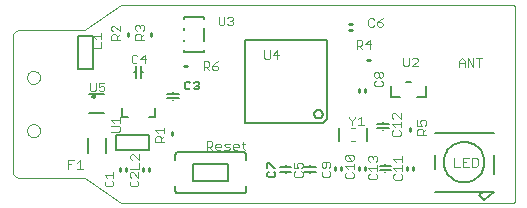
<source format=gto>
G75*
%MOIN*%
%OFA0B0*%
%FSLAX24Y24*%
%IPPOS*%
%LPD*%
%AMOC8*
5,1,8,0,0,1.08239X$1,22.5*
%
%ADD10C,0.0030*%
%ADD11C,0.0000*%
%ADD12C,0.0079*%
%ADD13C,0.0050*%
%ADD14C,0.0040*%
%ADD15C,0.0100*%
%ADD16C,0.0049*%
%ADD17C,0.0080*%
%ADD18C,0.0060*%
D10*
X008171Y002536D02*
X008171Y002826D01*
X008365Y002826D01*
X008466Y002729D02*
X008563Y002826D01*
X008563Y002536D01*
X008659Y002536D02*
X008466Y002536D01*
X008268Y002681D02*
X008171Y002681D01*
X009381Y002331D02*
X009478Y002234D01*
X009429Y002133D02*
X009381Y002084D01*
X009381Y001988D01*
X009429Y001939D01*
X009623Y001939D01*
X009671Y001988D01*
X009671Y002084D01*
X009623Y002133D01*
X009671Y002234D02*
X009671Y002427D01*
X009671Y002331D02*
X009381Y002331D01*
X010220Y002286D02*
X010268Y002237D01*
X010220Y002286D02*
X010220Y002382D01*
X010268Y002431D01*
X010316Y002431D01*
X010510Y002237D01*
X010510Y002431D01*
X010462Y002136D02*
X010510Y002088D01*
X010510Y001991D01*
X010462Y001943D01*
X010268Y001943D01*
X010220Y001991D01*
X010220Y002088D01*
X010268Y002136D01*
X012780Y003165D02*
X012780Y003455D01*
X012925Y003455D01*
X012973Y003407D01*
X012973Y003310D01*
X012925Y003262D01*
X012780Y003262D01*
X012877Y003262D02*
X012973Y003165D01*
X013074Y003213D02*
X013074Y003310D01*
X013123Y003358D01*
X013220Y003358D01*
X013268Y003310D01*
X013268Y003262D01*
X013074Y003262D01*
X013074Y003213D02*
X013123Y003165D01*
X013220Y003165D01*
X013369Y003165D02*
X013514Y003165D01*
X013563Y003213D01*
X013514Y003262D01*
X013417Y003262D01*
X013369Y003310D01*
X013417Y003358D01*
X013563Y003358D01*
X013664Y003310D02*
X013712Y003358D01*
X013809Y003358D01*
X013857Y003310D01*
X013857Y003262D01*
X013664Y003262D01*
X013664Y003310D02*
X013664Y003213D01*
X013712Y003165D01*
X013809Y003165D01*
X014007Y003213D02*
X014055Y003165D01*
X014007Y003213D02*
X014007Y003407D01*
X014055Y003358D02*
X013958Y003358D01*
X015695Y002733D02*
X015695Y002540D01*
X015840Y002540D01*
X015791Y002636D01*
X015791Y002685D01*
X015840Y002733D01*
X015936Y002733D01*
X015985Y002685D01*
X015985Y002588D01*
X015936Y002540D01*
X015936Y002438D02*
X015985Y002390D01*
X015985Y002293D01*
X015936Y002245D01*
X015743Y002245D01*
X015695Y002293D01*
X015695Y002390D01*
X015743Y002438D01*
X016620Y002410D02*
X016620Y002313D01*
X016668Y002265D01*
X016861Y002265D01*
X016910Y002313D01*
X016910Y002410D01*
X016861Y002458D01*
X016861Y002560D02*
X016910Y002608D01*
X016910Y002705D01*
X016861Y002753D01*
X016668Y002753D01*
X016620Y002705D01*
X016620Y002608D01*
X016668Y002560D01*
X016716Y002560D01*
X016765Y002608D01*
X016765Y002753D01*
X016668Y002458D02*
X016620Y002410D01*
X017400Y002360D02*
X017400Y002263D01*
X017448Y002215D01*
X017641Y002215D01*
X017690Y002263D01*
X017690Y002360D01*
X017641Y002408D01*
X017690Y002510D02*
X017690Y002703D01*
X017690Y002606D02*
X017400Y002606D01*
X017496Y002510D01*
X017448Y002408D02*
X017400Y002360D01*
X018175Y002320D02*
X018175Y002223D01*
X018223Y002175D01*
X018416Y002175D01*
X018465Y002223D01*
X018465Y002320D01*
X018416Y002368D01*
X018465Y002470D02*
X018465Y002663D01*
X018465Y002566D02*
X018175Y002566D01*
X018271Y002470D01*
X018223Y002368D02*
X018175Y002320D01*
X018223Y002764D02*
X018175Y002813D01*
X018175Y002909D01*
X018223Y002958D01*
X018271Y002958D01*
X018320Y002909D01*
X018368Y002958D01*
X018416Y002958D01*
X018465Y002909D01*
X018465Y002813D01*
X018416Y002764D01*
X018320Y002861D02*
X018320Y002909D01*
X017690Y002949D02*
X017690Y002853D01*
X017641Y002804D01*
X017448Y002998D01*
X017641Y002998D01*
X017690Y002949D01*
X017641Y002804D02*
X017448Y002804D01*
X017400Y002853D01*
X017400Y002949D01*
X017448Y002998D01*
X018960Y003663D02*
X019008Y003615D01*
X019201Y003615D01*
X019250Y003663D01*
X019250Y003760D01*
X019201Y003808D01*
X019250Y003910D02*
X019250Y004103D01*
X019250Y004006D02*
X018960Y004006D01*
X019056Y003910D01*
X019008Y003808D02*
X018960Y003760D01*
X018960Y003663D01*
X018016Y003978D02*
X017823Y003978D01*
X017920Y003978D02*
X017920Y004268D01*
X017823Y004171D01*
X017722Y004220D02*
X017722Y004268D01*
X017722Y004220D02*
X017625Y004123D01*
X017625Y003978D01*
X017625Y004123D02*
X017528Y004220D01*
X017528Y004268D01*
X018960Y004253D02*
X019008Y004204D01*
X018960Y004253D02*
X018960Y004349D01*
X019008Y004398D01*
X019056Y004398D01*
X019250Y004204D01*
X019250Y004398D01*
X019810Y004153D02*
X019810Y003960D01*
X019955Y003960D01*
X019906Y004056D01*
X019906Y004105D01*
X019955Y004153D01*
X020051Y004153D01*
X020100Y004105D01*
X020100Y004008D01*
X020051Y003960D01*
X020100Y003858D02*
X020003Y003762D01*
X020003Y003810D02*
X020003Y003665D01*
X020100Y003665D02*
X019810Y003665D01*
X019810Y003810D01*
X019858Y003858D01*
X019955Y003858D01*
X020003Y003810D01*
X019300Y002948D02*
X019300Y002754D01*
X019300Y002851D02*
X019010Y002851D01*
X019106Y002754D01*
X019300Y002653D02*
X019300Y002460D01*
X019300Y002556D02*
X019010Y002556D01*
X019106Y002460D01*
X019058Y002358D02*
X019010Y002310D01*
X019010Y002213D01*
X019058Y002165D01*
X019251Y002165D01*
X019300Y002213D01*
X019300Y002310D01*
X019251Y002358D01*
X021035Y002600D02*
X021228Y002600D01*
X021329Y002600D02*
X021523Y002600D01*
X021624Y002600D02*
X021769Y002600D01*
X021818Y002648D01*
X021818Y002842D01*
X021769Y002890D01*
X021624Y002890D01*
X021624Y002600D01*
X021329Y002600D02*
X021329Y002890D01*
X021523Y002890D01*
X021426Y002745D02*
X021329Y002745D01*
X021035Y002890D02*
X021035Y002600D01*
X018611Y005275D02*
X018418Y005275D01*
X018370Y005323D01*
X018370Y005420D01*
X018418Y005468D01*
X018418Y005570D02*
X018466Y005570D01*
X018515Y005618D01*
X018515Y005715D01*
X018563Y005763D01*
X018611Y005763D01*
X018660Y005715D01*
X018660Y005618D01*
X018611Y005570D01*
X018563Y005570D01*
X018515Y005618D01*
X018515Y005715D02*
X018466Y005763D01*
X018418Y005763D01*
X018370Y005715D01*
X018370Y005618D01*
X018418Y005570D01*
X018611Y005468D02*
X018660Y005420D01*
X018660Y005323D01*
X018611Y005275D01*
X018220Y006530D02*
X018220Y006820D01*
X018074Y006675D01*
X018268Y006675D01*
X017973Y006675D02*
X017925Y006627D01*
X017780Y006627D01*
X017877Y006627D02*
X017973Y006530D01*
X017780Y006530D02*
X017780Y006820D01*
X017925Y006820D01*
X017973Y006772D01*
X017973Y006675D01*
X018218Y007260D02*
X018170Y007308D01*
X018170Y007502D01*
X018218Y007550D01*
X018315Y007550D01*
X018363Y007502D01*
X018464Y007405D02*
X018610Y007405D01*
X018658Y007357D01*
X018658Y007308D01*
X018610Y007260D01*
X018513Y007260D01*
X018464Y007308D01*
X018464Y007405D01*
X018561Y007502D01*
X018658Y007550D01*
X018363Y007308D02*
X018315Y007260D01*
X018218Y007260D01*
X021190Y006108D02*
X021287Y006205D01*
X021383Y006108D01*
X021383Y005915D01*
X021484Y005915D02*
X021484Y006205D01*
X021678Y005915D01*
X021678Y006205D01*
X021779Y006205D02*
X021973Y006205D01*
X021876Y006205D02*
X021876Y005915D01*
X021383Y006060D02*
X021190Y006060D01*
X021190Y006108D02*
X021190Y005915D01*
X015193Y006325D02*
X015000Y006325D01*
X015145Y006471D01*
X015145Y006180D01*
X014899Y006229D02*
X014899Y006471D01*
X014705Y006471D02*
X014705Y006229D01*
X014753Y006180D01*
X014850Y006180D01*
X014899Y006229D01*
X013168Y006105D02*
X013071Y006057D01*
X012974Y005960D01*
X013120Y005960D01*
X013168Y005912D01*
X013168Y005863D01*
X013120Y005815D01*
X013023Y005815D01*
X012974Y005863D01*
X012974Y005960D01*
X012873Y005960D02*
X012825Y005912D01*
X012680Y005912D01*
X012777Y005912D02*
X012873Y005815D01*
X012680Y005815D02*
X012680Y006105D01*
X012825Y006105D01*
X012873Y006057D01*
X012873Y005960D01*
X010768Y006185D02*
X010574Y006185D01*
X010720Y006330D01*
X010720Y006040D01*
X010473Y006088D02*
X010425Y006040D01*
X010328Y006040D01*
X010280Y006088D01*
X010280Y006282D01*
X010328Y006330D01*
X010425Y006330D01*
X010473Y006282D01*
X010410Y006835D02*
X010410Y006980D01*
X010458Y007028D01*
X010555Y007028D01*
X010603Y006980D01*
X010603Y006835D01*
X010603Y006932D02*
X010700Y007028D01*
X010651Y007130D02*
X010700Y007178D01*
X010700Y007275D01*
X010651Y007323D01*
X010603Y007323D01*
X010555Y007275D01*
X010555Y007226D01*
X010555Y007275D02*
X010506Y007323D01*
X010458Y007323D01*
X010410Y007275D01*
X010410Y007178D01*
X010458Y007130D01*
X010410Y006835D02*
X010700Y006835D01*
X009890Y006815D02*
X009600Y006815D01*
X009600Y006960D01*
X009648Y007008D01*
X009745Y007008D01*
X009793Y006960D01*
X009793Y006815D01*
X009793Y006912D02*
X009890Y007008D01*
X009890Y007110D02*
X009696Y007303D01*
X009648Y007303D01*
X009600Y007255D01*
X009600Y007158D01*
X009648Y007110D01*
X009890Y007110D02*
X009890Y007303D01*
X009377Y005399D02*
X009184Y005399D01*
X009184Y005254D01*
X009281Y005302D01*
X009329Y005302D01*
X009377Y005254D01*
X009377Y005157D01*
X009329Y005109D01*
X009232Y005109D01*
X009184Y005157D01*
X009083Y005157D02*
X009034Y005109D01*
X008938Y005109D01*
X008889Y005157D01*
X008889Y005399D01*
X009083Y005399D02*
X009083Y005157D01*
X009900Y004253D02*
X009900Y004060D01*
X009900Y004156D02*
X009610Y004156D01*
X009706Y004060D01*
X009610Y003958D02*
X009851Y003958D01*
X009900Y003910D01*
X009900Y003813D01*
X009851Y003765D01*
X009610Y003765D01*
X011070Y003806D02*
X011360Y003806D01*
X011360Y003710D02*
X011360Y003903D01*
X011166Y003710D02*
X011070Y003806D01*
X011118Y003608D02*
X011215Y003608D01*
X011263Y003560D01*
X011263Y003415D01*
X011263Y003512D02*
X011360Y003608D01*
X011118Y003608D02*
X011070Y003560D01*
X011070Y003415D01*
X011360Y003415D01*
D11*
X006315Y002474D02*
X006315Y006900D01*
X006317Y006930D01*
X006322Y006960D01*
X006331Y006989D01*
X006344Y007016D01*
X006359Y007042D01*
X006378Y007066D01*
X006399Y007087D01*
X006423Y007106D01*
X006449Y007121D01*
X006476Y007134D01*
X006505Y007143D01*
X006535Y007148D01*
X006565Y007150D01*
X008636Y007150D01*
X008779Y007195D02*
X009915Y007988D01*
X022963Y007988D01*
X022980Y007986D01*
X022997Y007982D01*
X023013Y007975D01*
X023027Y007965D01*
X023040Y007952D01*
X023050Y007938D01*
X023057Y007922D01*
X023061Y007905D01*
X023063Y007888D01*
X023063Y001486D01*
X023061Y001469D01*
X023057Y001452D01*
X023050Y001436D01*
X023040Y001422D01*
X023027Y001409D01*
X023013Y001399D01*
X022997Y001392D01*
X022980Y001388D01*
X022963Y001386D01*
X009915Y001386D01*
X008740Y002224D01*
X006565Y002224D01*
X006535Y002226D01*
X006505Y002231D01*
X006476Y002240D01*
X006449Y002253D01*
X006423Y002268D01*
X006399Y002287D01*
X006378Y002308D01*
X006359Y002332D01*
X006344Y002358D01*
X006331Y002385D01*
X006322Y002414D01*
X006317Y002444D01*
X006315Y002474D01*
X006798Y003801D02*
X006800Y003830D01*
X006806Y003858D01*
X006815Y003886D01*
X006828Y003912D01*
X006845Y003935D01*
X006864Y003957D01*
X006886Y003976D01*
X006911Y003991D01*
X006937Y004004D01*
X006965Y004012D01*
X006993Y004017D01*
X007022Y004018D01*
X007051Y004015D01*
X007079Y004008D01*
X007106Y003998D01*
X007132Y003984D01*
X007155Y003967D01*
X007176Y003947D01*
X007194Y003924D01*
X007209Y003899D01*
X007220Y003872D01*
X007228Y003844D01*
X007232Y003815D01*
X007232Y003787D01*
X007228Y003758D01*
X007220Y003730D01*
X007209Y003703D01*
X007194Y003678D01*
X007176Y003655D01*
X007155Y003635D01*
X007132Y003618D01*
X007106Y003604D01*
X007079Y003594D01*
X007051Y003587D01*
X007022Y003584D01*
X006993Y003585D01*
X006965Y003590D01*
X006937Y003598D01*
X006911Y003611D01*
X006886Y003626D01*
X006864Y003645D01*
X006845Y003667D01*
X006828Y003690D01*
X006815Y003716D01*
X006806Y003744D01*
X006800Y003772D01*
X006798Y003801D01*
X006798Y005573D02*
X006800Y005602D01*
X006806Y005630D01*
X006815Y005658D01*
X006828Y005684D01*
X006845Y005707D01*
X006864Y005729D01*
X006886Y005748D01*
X006911Y005763D01*
X006937Y005776D01*
X006965Y005784D01*
X006993Y005789D01*
X007022Y005790D01*
X007051Y005787D01*
X007079Y005780D01*
X007106Y005770D01*
X007132Y005756D01*
X007155Y005739D01*
X007176Y005719D01*
X007194Y005696D01*
X007209Y005671D01*
X007220Y005644D01*
X007228Y005616D01*
X007232Y005587D01*
X007232Y005559D01*
X007228Y005530D01*
X007220Y005502D01*
X007209Y005475D01*
X007194Y005450D01*
X007176Y005427D01*
X007155Y005407D01*
X007132Y005390D01*
X007106Y005376D01*
X007079Y005366D01*
X007051Y005359D01*
X007022Y005356D01*
X006993Y005357D01*
X006965Y005362D01*
X006937Y005370D01*
X006911Y005383D01*
X006886Y005398D01*
X006864Y005417D01*
X006845Y005439D01*
X006828Y005462D01*
X006815Y005488D01*
X006806Y005516D01*
X006800Y005544D01*
X006798Y005573D01*
X008636Y007150D02*
X008666Y007152D01*
X008696Y007157D01*
X008725Y007167D01*
X008753Y007179D01*
X008779Y007195D01*
D12*
X010436Y005947D02*
X010436Y005553D01*
X010594Y005553D02*
X010594Y005947D01*
X010633Y005750D02*
X010652Y005750D01*
X010397Y005750D02*
X010378Y005750D01*
X011474Y005032D02*
X011868Y005032D01*
X011671Y005071D02*
X011671Y005090D01*
X011671Y004835D02*
X011671Y004816D01*
X011474Y004874D02*
X011868Y004874D01*
X015415Y002647D02*
X015415Y002628D01*
X015218Y002589D02*
X015612Y002589D01*
X015612Y002431D02*
X015218Y002431D01*
X015415Y002392D02*
X015415Y002373D01*
X016038Y002431D02*
X016432Y002431D01*
X016432Y002589D02*
X016038Y002589D01*
X016235Y002628D02*
X016235Y002647D01*
X016235Y002392D02*
X016235Y002373D01*
X018548Y002471D02*
X018942Y002471D01*
X018745Y002432D02*
X018745Y002413D01*
X018745Y002668D02*
X018745Y002687D01*
X018548Y002629D02*
X018942Y002629D01*
X018665Y003813D02*
X018665Y003832D01*
X018862Y003871D02*
X018468Y003871D01*
X018468Y004029D02*
X018862Y004029D01*
X018665Y004068D02*
X018665Y004087D01*
D13*
X018118Y003887D02*
X018118Y003454D01*
X017212Y003454D02*
X017212Y003887D01*
X018940Y004930D02*
X019240Y004930D01*
X018940Y004930D02*
X018940Y005280D01*
X019440Y005430D02*
X019590Y005430D01*
X020090Y005280D02*
X020090Y004930D01*
X019790Y004930D01*
X020381Y003734D02*
X022349Y003734D01*
X022349Y002984D02*
X022349Y002370D01*
X020688Y002750D02*
X020690Y002802D01*
X020696Y002853D01*
X020706Y002904D01*
X020720Y002954D01*
X020737Y003003D01*
X020758Y003050D01*
X020783Y003096D01*
X020811Y003139D01*
X020843Y003181D01*
X020877Y003219D01*
X020915Y003255D01*
X020955Y003288D01*
X020997Y003318D01*
X021042Y003345D01*
X021088Y003368D01*
X021136Y003387D01*
X021186Y003403D01*
X021236Y003415D01*
X021287Y003423D01*
X021339Y003427D01*
X021391Y003427D01*
X021443Y003423D01*
X021494Y003415D01*
X021544Y003403D01*
X021594Y003387D01*
X021642Y003368D01*
X021688Y003345D01*
X021733Y003318D01*
X021775Y003288D01*
X021815Y003255D01*
X021853Y003219D01*
X021887Y003181D01*
X021919Y003139D01*
X021947Y003096D01*
X021972Y003050D01*
X021993Y003003D01*
X022010Y002954D01*
X022024Y002904D01*
X022034Y002853D01*
X022040Y002802D01*
X022042Y002750D01*
X022040Y002698D01*
X022034Y002647D01*
X022024Y002596D01*
X022010Y002546D01*
X021993Y002497D01*
X021972Y002450D01*
X021947Y002404D01*
X021919Y002361D01*
X021887Y002319D01*
X021853Y002281D01*
X021815Y002245D01*
X021775Y002212D01*
X021733Y002182D01*
X021688Y002155D01*
X021642Y002132D01*
X021594Y002113D01*
X021544Y002097D01*
X021494Y002085D01*
X021443Y002077D01*
X021391Y002073D01*
X021339Y002073D01*
X021287Y002077D01*
X021236Y002085D01*
X021186Y002097D01*
X021136Y002113D01*
X021088Y002132D01*
X021042Y002155D01*
X020997Y002182D01*
X020955Y002212D01*
X020915Y002245D01*
X020877Y002281D01*
X020843Y002319D01*
X020811Y002361D01*
X020783Y002404D01*
X020758Y002450D01*
X020737Y002497D01*
X020720Y002546D01*
X020706Y002596D01*
X020696Y002647D01*
X020690Y002698D01*
X020688Y002750D01*
X020381Y002516D02*
X020381Y002984D01*
X020381Y001766D02*
X021995Y001766D01*
X021877Y001648D01*
X022034Y001490D01*
X022349Y001766D01*
X021995Y001766D01*
X014096Y001809D02*
X014096Y001967D01*
X014095Y001809D02*
X014094Y001792D01*
X014089Y001775D01*
X014082Y001760D01*
X014072Y001746D01*
X014060Y001734D01*
X014046Y001724D01*
X014031Y001717D01*
X014014Y001712D01*
X013997Y001711D01*
X011832Y001711D01*
X011815Y001712D01*
X011798Y001717D01*
X011783Y001724D01*
X011769Y001734D01*
X011757Y001746D01*
X011747Y001760D01*
X011740Y001775D01*
X011735Y001792D01*
X011734Y001809D01*
X011734Y001967D01*
X012324Y002105D02*
X012324Y002695D01*
X013505Y002695D01*
X013505Y002105D01*
X012324Y002105D01*
X011734Y002833D02*
X011734Y002991D01*
X011739Y003011D01*
X011748Y003030D01*
X011759Y003047D01*
X011774Y003062D01*
X011791Y003074D01*
X011810Y003083D01*
X011830Y003089D01*
X011851Y003091D01*
X011872Y003089D01*
X011871Y003089D02*
X013997Y003089D01*
X014014Y003088D01*
X014031Y003083D01*
X014046Y003076D01*
X014060Y003066D01*
X014072Y003054D01*
X014082Y003040D01*
X014089Y003025D01*
X014094Y003008D01*
X014095Y002991D01*
X014096Y002991D02*
X014096Y002833D01*
X010865Y003150D02*
X009765Y003150D01*
X009765Y003650D01*
X010865Y003650D01*
X010865Y003150D01*
X009351Y004385D02*
X008879Y004385D01*
X008977Y004944D02*
X008979Y004956D01*
X008984Y004967D01*
X008992Y004976D01*
X009003Y004982D01*
X009015Y004985D01*
X009027Y004984D01*
X009039Y004980D01*
X009048Y004972D01*
X009055Y004962D01*
X009059Y004950D01*
X009059Y004938D01*
X009055Y004926D01*
X009048Y004916D01*
X009038Y004908D01*
X009027Y004904D01*
X009015Y004903D01*
X009003Y004906D01*
X008992Y004912D01*
X008984Y004921D01*
X008979Y004932D01*
X008977Y004944D01*
X008879Y005015D02*
X009351Y005015D01*
X008994Y005838D02*
X008494Y005838D01*
X008494Y006938D01*
X008994Y006938D01*
X008994Y005838D01*
D14*
X008994Y006558D02*
X009274Y006558D01*
X009274Y006745D01*
X009274Y006853D02*
X009274Y007039D01*
X009274Y006946D02*
X008994Y006946D01*
X009087Y006853D01*
X013185Y007367D02*
X013231Y007320D01*
X013325Y007320D01*
X013372Y007367D01*
X013372Y007600D01*
X013479Y007554D02*
X013526Y007600D01*
X013620Y007600D01*
X013666Y007554D01*
X013666Y007507D01*
X013620Y007460D01*
X013666Y007413D01*
X013666Y007367D01*
X013620Y007320D01*
X013526Y007320D01*
X013479Y007367D01*
X013573Y007460D02*
X013620Y007460D01*
X013185Y007367D02*
X013185Y007600D01*
X019335Y006230D02*
X019335Y005997D01*
X019381Y005950D01*
X019475Y005950D01*
X019522Y005997D01*
X019522Y006230D01*
X019629Y006184D02*
X019676Y006230D01*
X019770Y006230D01*
X019816Y006184D01*
X019816Y006137D01*
X019629Y005950D01*
X019816Y005950D01*
X010515Y003012D02*
X010515Y002825D01*
X010328Y003012D01*
X010281Y003012D01*
X010235Y002965D01*
X010235Y002872D01*
X010281Y002825D01*
X010515Y002718D02*
X010515Y002531D01*
X010235Y002531D01*
D15*
X010092Y002556D02*
X010092Y002456D01*
X009892Y002456D02*
X009892Y002556D01*
X010677Y002559D02*
X010677Y002459D01*
X010877Y002459D02*
X010877Y002559D01*
X011625Y003650D02*
X011625Y003750D01*
X012015Y005950D02*
X012115Y005950D01*
X010935Y006950D02*
X010935Y007050D01*
X010175Y007050D02*
X010175Y006950D01*
X017525Y007150D02*
X017625Y007150D01*
X017625Y007350D02*
X017525Y007350D01*
X018135Y006140D02*
X018235Y006140D01*
X018065Y005200D02*
X018065Y005100D01*
X017865Y005100D02*
X017865Y005200D01*
X019565Y003900D02*
X019565Y003800D01*
X019665Y002600D02*
X019665Y002500D01*
X019465Y002500D02*
X019465Y002600D01*
X018055Y002600D02*
X018055Y002500D01*
X017855Y002500D02*
X017855Y002600D01*
X017275Y002600D02*
X017275Y002500D01*
X017075Y002500D02*
X017075Y002600D01*
D16*
X017586Y003454D02*
X017744Y003454D01*
X017744Y003887D02*
X017586Y003887D01*
D17*
X009435Y003559D02*
X009435Y003059D01*
X008835Y003059D02*
X008835Y003559D01*
D18*
X009955Y004240D02*
X009955Y004560D01*
X009955Y004240D02*
X010175Y004240D01*
X010855Y004240D02*
X011075Y004240D01*
X011075Y004560D01*
X012056Y005215D02*
X012099Y005172D01*
X012186Y005172D01*
X012229Y005215D01*
X012350Y005215D02*
X012394Y005172D01*
X012481Y005172D01*
X012524Y005215D01*
X012524Y005259D01*
X012481Y005302D01*
X012437Y005302D01*
X012481Y005302D02*
X012524Y005346D01*
X012524Y005389D01*
X012481Y005432D01*
X012394Y005432D01*
X012350Y005389D01*
X012229Y005389D02*
X012186Y005432D01*
X012099Y005432D01*
X012056Y005389D01*
X012056Y005215D01*
X014049Y004055D02*
X016670Y004055D01*
X016809Y004195D01*
X016809Y006815D01*
X014049Y006815D01*
X014049Y004055D01*
X016368Y004355D02*
X016370Y004378D01*
X016376Y004401D01*
X016385Y004422D01*
X016398Y004442D01*
X016414Y004459D01*
X016432Y004473D01*
X016452Y004484D01*
X016474Y004492D01*
X016497Y004496D01*
X016521Y004496D01*
X016544Y004492D01*
X016566Y004484D01*
X016586Y004473D01*
X016604Y004459D01*
X016620Y004442D01*
X016633Y004422D01*
X016642Y004401D01*
X016648Y004378D01*
X016650Y004355D01*
X016648Y004332D01*
X016642Y004309D01*
X016633Y004288D01*
X016620Y004268D01*
X016604Y004251D01*
X016586Y004237D01*
X016566Y004226D01*
X016544Y004218D01*
X016521Y004214D01*
X016497Y004214D01*
X016474Y004218D01*
X016452Y004226D01*
X016432Y004237D01*
X016414Y004251D01*
X016398Y004268D01*
X016385Y004288D01*
X016376Y004309D01*
X016370Y004332D01*
X016368Y004355D01*
X014853Y002718D02*
X015026Y002544D01*
X015070Y002544D01*
X015026Y002423D02*
X015070Y002380D01*
X015070Y002293D01*
X015026Y002249D01*
X014853Y002249D01*
X014810Y002293D01*
X014810Y002380D01*
X014853Y002423D01*
X014810Y002544D02*
X014810Y002718D01*
X014853Y002718D01*
X012684Y006429D02*
X012046Y006429D01*
X012046Y006477D01*
X012684Y006477D02*
X012684Y006429D01*
X012684Y006794D02*
X012684Y007206D01*
X012046Y007206D02*
X012046Y007168D01*
X012046Y006832D02*
X012046Y006794D01*
X012046Y007523D02*
X012046Y007571D01*
X012684Y007571D01*
X012684Y007523D01*
M02*

</source>
